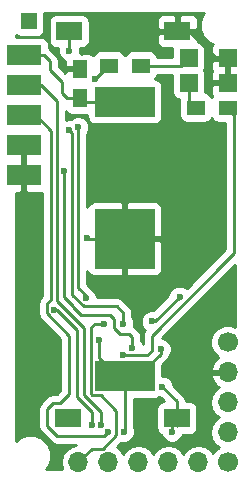
<source format=gtl>
G04 #@! TF.FileFunction,Copper,L1,Top,Signal*
%FSLAX46Y46*%
G04 Gerber Fmt 4.6, Leading zero omitted, Abs format (unit mm)*
G04 Created by KiCad (PCBNEW 4.0.2-stable) date 29.05.2017 13:31:58*
%MOMM*%
G01*
G04 APERTURE LIST*
%ADD10C,0.100000*%
%ADD11R,3.000000X1.700000*%
%ADD12C,1.700000*%
%ADD13O,1.700000X1.700000*%
%ADD14R,5.080000X2.540000*%
%ADD15R,5.080000X5.080000*%
%ADD16R,2.180000X1.600000*%
%ADD17R,1.500000X1.500000*%
%ADD18R,1.500000X1.300000*%
%ADD19R,1.350000X1.350000*%
%ADD20R,1.250000X1.500000*%
%ADD21C,0.600000*%
%ADD22C,0.250000*%
%ADD23C,0.254000*%
G04 APERTURE END LIST*
D10*
D11*
X171410500Y-89281000D03*
X171410500Y-94361000D03*
X171410500Y-99441000D03*
X171386500Y-91821000D03*
X171386500Y-96901000D03*
D12*
X188658500Y-113601500D03*
D13*
X188658500Y-116141500D03*
X188658500Y-118681500D03*
X188658500Y-121221500D03*
D12*
X188722000Y-123761500D03*
D13*
X186182000Y-123761500D03*
X183642000Y-123761500D03*
X181102000Y-123761500D03*
X178562000Y-123761500D03*
X176022000Y-123761500D03*
D14*
X179959000Y-93218000D03*
X179959000Y-116459000D03*
D15*
X179959000Y-104838500D03*
D16*
X184358500Y-120015000D03*
X175178500Y-120015000D03*
X175242000Y-87249000D03*
X184422000Y-87249000D03*
D17*
X185357500Y-91630500D03*
X188657500Y-91630500D03*
X185357500Y-89535000D03*
X188657500Y-89535000D03*
D18*
X185975000Y-93726000D03*
X188675000Y-93726000D03*
X181309000Y-90170000D03*
X178609000Y-90170000D03*
D19*
X171831000Y-86423500D03*
D20*
X176149000Y-92944000D03*
X176149000Y-90444000D03*
D21*
X177800000Y-113411000D03*
X179959000Y-93218000D03*
X179879000Y-121158000D03*
X183007000Y-114173000D03*
X186753500Y-111442500D03*
X176784000Y-104775000D03*
X185674000Y-104838500D03*
X171386500Y-102870000D03*
X184422000Y-87249000D03*
X175178500Y-120015000D03*
X179832000Y-114681000D03*
X176657000Y-109855000D03*
X176022000Y-95377000D03*
X177419000Y-91313000D03*
X179832000Y-112014000D03*
X175260000Y-88900000D03*
X175260000Y-95631000D03*
X173990000Y-110871000D03*
X177165000Y-120586500D03*
X182245000Y-111823500D03*
X184594500Y-109728000D03*
X180594000Y-114046000D03*
X174811031Y-99060198D03*
X183959500Y-121158000D03*
X183134000Y-117348000D03*
X178498500Y-121221500D03*
X177964224Y-120621992D03*
X178181000Y-112014000D03*
D22*
X173609000Y-90551000D02*
X173609000Y-89789000D01*
X173101000Y-89281000D02*
X171410500Y-89281000D01*
X173609000Y-89789000D02*
X173101000Y-89281000D01*
X174625000Y-91567000D02*
X174625000Y-92495500D01*
X173609000Y-90551000D02*
X174625000Y-91567000D01*
X179959000Y-116459000D02*
X181102000Y-116459000D01*
X181102000Y-116459000D02*
X183007000Y-114554000D01*
X183007000Y-114554000D02*
X183007000Y-114173000D01*
X177800000Y-113411000D02*
X177800000Y-114935000D01*
X177800000Y-114935000D02*
X179324000Y-116459000D01*
X179324000Y-116459000D02*
X179959000Y-116459000D01*
X176149000Y-92944000D02*
X175073500Y-92944000D01*
X175073500Y-92944000D02*
X174625000Y-92495500D01*
X172410500Y-89281000D02*
X171410500Y-89281000D01*
X179959000Y-93218000D02*
X176423000Y-93218000D01*
X176423000Y-93218000D02*
X176149000Y-92944000D01*
X179959000Y-121078000D02*
X179879000Y-121158000D01*
X179959000Y-116459000D02*
X179959000Y-121078000D01*
X179959000Y-116141500D02*
X179959000Y-116459000D01*
X179705000Y-116459000D02*
X179959000Y-116459000D01*
X180022500Y-93281500D02*
X179959000Y-93218000D01*
X186817000Y-111506000D02*
X186817000Y-116713000D01*
X186753500Y-111442500D02*
X186817000Y-111506000D01*
X179959000Y-104838500D02*
X176847500Y-104838500D01*
X176847500Y-104838500D02*
X176784000Y-104775000D01*
X179959000Y-104838500D02*
X185674000Y-104838500D01*
X171410500Y-99441000D02*
X171410500Y-102846000D01*
X171410500Y-102846000D02*
X171386500Y-102870000D01*
X188657500Y-89535000D02*
X187657500Y-89535000D01*
X187657500Y-89535000D02*
X185371500Y-87249000D01*
X185371500Y-87249000D02*
X184422000Y-87249000D01*
X188657500Y-91630500D02*
X188657500Y-89535000D01*
X184422000Y-87249000D02*
X184422000Y-86632000D01*
X188675000Y-93726000D02*
X188675000Y-93806000D01*
X188675000Y-93806000D02*
X189230000Y-94361000D01*
X189230000Y-94361000D02*
X189230000Y-106045000D01*
X189230000Y-106045000D02*
X188468000Y-106807000D01*
X179959000Y-114681000D02*
X181864000Y-114681000D01*
X188468000Y-106807000D02*
X182245000Y-113030000D01*
X179832000Y-114681000D02*
X179959000Y-114681000D01*
X181864000Y-114681000D02*
X182245000Y-114300000D01*
X182245000Y-114300000D02*
X182245000Y-113030000D01*
X176031998Y-108966000D02*
X176031998Y-108975998D01*
X176031998Y-108975998D02*
X176657000Y-109601000D01*
X176657000Y-109601000D02*
X176657000Y-109855000D01*
X178609000Y-90170000D02*
X178562000Y-90170000D01*
X178562000Y-90170000D02*
X177419000Y-91313000D01*
X176022000Y-96647000D02*
X176031998Y-96647000D01*
X176031998Y-96637002D02*
X176022000Y-96647000D01*
X176031998Y-95386998D02*
X176031998Y-96637002D01*
X176022000Y-95377000D02*
X176031998Y-95386998D01*
X176031998Y-106997500D02*
X176031998Y-108966000D01*
X176031998Y-102378025D02*
X176031998Y-96647000D01*
X176031998Y-105075002D02*
X176031998Y-106997500D01*
X176031998Y-105075002D02*
X176031998Y-105075002D01*
X176031998Y-104711500D02*
X176031998Y-102378025D01*
X176031998Y-104711500D02*
X176031998Y-105075002D01*
X178609000Y-90170000D02*
X178709000Y-90170000D01*
X176466500Y-110553500D02*
X179260500Y-110553500D01*
X179832000Y-111125000D02*
X179832000Y-112014000D01*
X179260500Y-110553500D02*
X179832000Y-111125000D01*
X175520278Y-109607278D02*
X176466500Y-110553500D01*
X175520278Y-102114225D02*
X175520278Y-96132722D01*
X175520278Y-102114225D02*
X175520278Y-107759500D01*
X175520278Y-107759500D02*
X175520278Y-109607278D01*
X175242000Y-88882000D02*
X175260000Y-88900000D01*
X175260000Y-95631000D02*
X175520278Y-95891278D01*
X175520278Y-95891278D02*
X175520278Y-96132722D01*
X175242000Y-87249000D02*
X175242000Y-88882000D01*
X173990000Y-110871000D02*
X174244000Y-110871000D01*
X175895000Y-112522000D02*
X175895000Y-118237000D01*
X174244000Y-110871000D02*
X175895000Y-112522000D01*
X175895000Y-118237000D02*
X177165000Y-119507000D01*
X177165000Y-119507000D02*
X177165000Y-120586500D01*
X185357500Y-91630500D02*
X185357500Y-93108500D01*
X185357500Y-93108500D02*
X185975000Y-93726000D01*
X181309000Y-90170000D02*
X184722500Y-90170000D01*
X184722500Y-90170000D02*
X185357500Y-89535000D01*
X184594500Y-109728000D02*
X182499000Y-111823500D01*
X182499000Y-111823500D02*
X182245000Y-111823500D01*
X175596200Y-110534800D02*
X175596200Y-110572200D01*
X180594000Y-113157000D02*
X180594000Y-114046000D01*
X180340000Y-112903000D02*
X180594000Y-113157000D01*
X179578000Y-112903000D02*
X180340000Y-112903000D01*
X179070000Y-112395000D02*
X179578000Y-112903000D01*
X179070000Y-111633000D02*
X179070000Y-112395000D01*
X178689000Y-111252000D02*
X179070000Y-111633000D01*
X176276000Y-111252000D02*
X178689000Y-111252000D01*
X175596200Y-110572200D02*
X176276000Y-111252000D01*
X174811025Y-109749625D02*
X174811025Y-109749612D01*
X175596200Y-110534800D02*
X174811025Y-109749625D01*
X174811031Y-99484462D02*
X174811031Y-99060198D01*
X174811025Y-109749612D02*
X174811031Y-109749618D01*
X174811031Y-109749618D02*
X174811031Y-99484462D01*
X183959500Y-121158000D02*
X183959500Y-120414000D01*
X183959500Y-120414000D02*
X184358500Y-120015000D01*
X184358500Y-120695500D02*
X184358500Y-120015000D01*
X184358500Y-120015000D02*
X184358500Y-118572500D01*
X184358500Y-118572500D02*
X183134000Y-117348000D01*
X184358500Y-120015000D02*
X184068500Y-120015000D01*
X173364998Y-110998000D02*
X173364998Y-111134998D01*
X173863000Y-118745000D02*
X173364998Y-119243002D01*
X174498000Y-118745000D02*
X173863000Y-118745000D01*
X175260000Y-117983000D02*
X174498000Y-118745000D01*
X175260000Y-113030000D02*
X175260000Y-117983000D01*
X173364998Y-111134998D02*
X175260000Y-113030000D01*
X173364998Y-110317000D02*
X173364998Y-110998000D01*
X173364998Y-119243002D02*
X173364998Y-120676500D01*
X178198501Y-121521499D02*
X178498500Y-121221500D01*
X172410500Y-94361000D02*
X173736000Y-95686500D01*
X173736000Y-109945998D02*
X173364998Y-110317000D01*
X174209997Y-121521499D02*
X178198501Y-121521499D01*
X173364998Y-120676500D02*
X174209997Y-121521499D01*
X173736000Y-95686500D02*
X173736000Y-109945998D01*
X171410500Y-94361000D02*
X172410500Y-94361000D01*
X174186011Y-93620511D02*
X174186011Y-93160011D01*
X174186011Y-93160011D02*
X172847000Y-91821000D01*
X174198501Y-109773499D02*
X174198501Y-110063501D01*
X176530000Y-112395000D02*
X176530000Y-118061413D01*
X174198501Y-110063501D02*
X176530000Y-112395000D01*
X177964224Y-120197728D02*
X177964224Y-120621992D01*
X176530000Y-118061413D02*
X177964224Y-119495637D01*
X174186011Y-109761009D02*
X174198501Y-109773499D01*
X174186011Y-93620511D02*
X174186011Y-109761009D01*
X171386500Y-91821000D02*
X172386500Y-91821000D01*
X177964224Y-119495637D02*
X177964224Y-120197728D01*
X177101500Y-113157000D02*
X177101500Y-112331500D01*
X177419000Y-112014000D02*
X178181000Y-112014000D01*
X177101500Y-112331500D02*
X177419000Y-112014000D01*
X177101500Y-113792000D02*
X177101500Y-113157000D01*
X177101500Y-114236500D02*
X177101500Y-113792000D01*
X179253998Y-119399583D02*
X177908416Y-118054001D01*
X177908416Y-118054001D02*
X177158999Y-118054001D01*
X177158999Y-118054001D02*
X177093999Y-117989001D01*
X179253998Y-121418502D02*
X179253998Y-119399583D01*
X177093999Y-114244001D02*
X177101500Y-114236500D01*
X177197001Y-122586499D02*
X178086001Y-122586499D01*
X177093999Y-117989001D02*
X177093999Y-114244001D01*
X176022000Y-123761500D02*
X177197001Y-122586499D01*
X178086001Y-122586499D02*
X179253998Y-121418502D01*
D23*
G36*
X171513500Y-96774000D02*
X171533500Y-96774000D01*
X171533500Y-97028000D01*
X171513500Y-97028000D01*
X171513500Y-98227250D01*
X171537500Y-98251250D01*
X171537500Y-99314000D01*
X171557500Y-99314000D01*
X171557500Y-99568000D01*
X171537500Y-99568000D01*
X171537500Y-100767250D01*
X171696250Y-100926000D01*
X172976000Y-100926000D01*
X172976000Y-109631196D01*
X172827597Y-109779599D01*
X172662850Y-110026161D01*
X172604998Y-110317000D01*
X172604998Y-111134998D01*
X172662850Y-111425837D01*
X172827597Y-111672399D01*
X174500000Y-113344802D01*
X174500000Y-117668198D01*
X174183198Y-117985000D01*
X173863000Y-117985000D01*
X173572160Y-118042852D01*
X173325599Y-118207599D01*
X172827597Y-118705601D01*
X172662850Y-118952163D01*
X172604998Y-119243002D01*
X172604998Y-120676500D01*
X172662850Y-120967339D01*
X172827597Y-121213901D01*
X173672596Y-122058900D01*
X173919158Y-122223647D01*
X174209997Y-122281499D01*
X175850608Y-122281499D01*
X175453715Y-122360446D01*
X174971946Y-122682353D01*
X174650039Y-123164122D01*
X174537000Y-123732407D01*
X174537000Y-123790593D01*
X174636338Y-124290000D01*
X173311883Y-124290000D01*
X173428004Y-124174082D01*
X173692699Y-123536627D01*
X173693301Y-122846401D01*
X173429719Y-122208485D01*
X172942082Y-121719996D01*
X172304627Y-121455301D01*
X171614401Y-121454699D01*
X170976485Y-121718281D01*
X170710000Y-121984301D01*
X170710000Y-100926000D01*
X171124750Y-100926000D01*
X171283500Y-100767250D01*
X171283500Y-99568000D01*
X171263500Y-99568000D01*
X171263500Y-99314000D01*
X171283500Y-99314000D01*
X171283500Y-98114750D01*
X171259500Y-98090750D01*
X171259500Y-97028000D01*
X171239500Y-97028000D01*
X171239500Y-96774000D01*
X171259500Y-96774000D01*
X171259500Y-96754000D01*
X171513500Y-96754000D01*
X171513500Y-96774000D01*
X171513500Y-96774000D01*
G37*
X171513500Y-96774000D02*
X171533500Y-96774000D01*
X171533500Y-97028000D01*
X171513500Y-97028000D01*
X171513500Y-98227250D01*
X171537500Y-98251250D01*
X171537500Y-99314000D01*
X171557500Y-99314000D01*
X171557500Y-99568000D01*
X171537500Y-99568000D01*
X171537500Y-100767250D01*
X171696250Y-100926000D01*
X172976000Y-100926000D01*
X172976000Y-109631196D01*
X172827597Y-109779599D01*
X172662850Y-110026161D01*
X172604998Y-110317000D01*
X172604998Y-111134998D01*
X172662850Y-111425837D01*
X172827597Y-111672399D01*
X174500000Y-113344802D01*
X174500000Y-117668198D01*
X174183198Y-117985000D01*
X173863000Y-117985000D01*
X173572160Y-118042852D01*
X173325599Y-118207599D01*
X172827597Y-118705601D01*
X172662850Y-118952163D01*
X172604998Y-119243002D01*
X172604998Y-120676500D01*
X172662850Y-120967339D01*
X172827597Y-121213901D01*
X173672596Y-122058900D01*
X173919158Y-122223647D01*
X174209997Y-122281499D01*
X175850608Y-122281499D01*
X175453715Y-122360446D01*
X174971946Y-122682353D01*
X174650039Y-123164122D01*
X174537000Y-123732407D01*
X174537000Y-123790593D01*
X174636338Y-124290000D01*
X173311883Y-124290000D01*
X173428004Y-124174082D01*
X173692699Y-123536627D01*
X173693301Y-122846401D01*
X173429719Y-122208485D01*
X172942082Y-121719996D01*
X172304627Y-121455301D01*
X171614401Y-121454699D01*
X170976485Y-121718281D01*
X170710000Y-121984301D01*
X170710000Y-100926000D01*
X171124750Y-100926000D01*
X171283500Y-100767250D01*
X171283500Y-99568000D01*
X171263500Y-99568000D01*
X171263500Y-99314000D01*
X171283500Y-99314000D01*
X171283500Y-98114750D01*
X171259500Y-98090750D01*
X171259500Y-97028000D01*
X171239500Y-97028000D01*
X171239500Y-96774000D01*
X171259500Y-96774000D01*
X171259500Y-96754000D01*
X171513500Y-96754000D01*
X171513500Y-96774000D01*
G36*
X189290000Y-112255787D02*
X188955181Y-112116758D01*
X188364411Y-112116243D01*
X187818414Y-112341844D01*
X187400312Y-112759217D01*
X187173758Y-113304819D01*
X187173243Y-113895589D01*
X187398844Y-114441586D01*
X187816217Y-114859688D01*
X187893380Y-114891729D01*
X187777142Y-114946317D01*
X187386855Y-115374576D01*
X187217024Y-115784610D01*
X187338345Y-116014500D01*
X188531500Y-116014500D01*
X188531500Y-115994500D01*
X188785500Y-115994500D01*
X188785500Y-116014500D01*
X188805500Y-116014500D01*
X188805500Y-116268500D01*
X188785500Y-116268500D01*
X188785500Y-116288500D01*
X188531500Y-116288500D01*
X188531500Y-116268500D01*
X187338345Y-116268500D01*
X187217024Y-116498390D01*
X187386855Y-116908424D01*
X187777142Y-117336683D01*
X187920053Y-117403798D01*
X187579353Y-117631446D01*
X187257446Y-118113215D01*
X187144407Y-118681500D01*
X187257446Y-119249785D01*
X187579353Y-119731554D01*
X187908526Y-119951500D01*
X187579353Y-120171446D01*
X187257446Y-120653215D01*
X187144407Y-121221500D01*
X187257446Y-121789785D01*
X187579353Y-122271554D01*
X187907923Y-122491097D01*
X187881914Y-122501844D01*
X187463812Y-122919217D01*
X187435645Y-122987050D01*
X187232054Y-122682353D01*
X186750285Y-122360446D01*
X186182000Y-122247407D01*
X185613715Y-122360446D01*
X185131946Y-122682353D01*
X184912000Y-123011526D01*
X184692054Y-122682353D01*
X184210285Y-122360446D01*
X183642000Y-122247407D01*
X183073715Y-122360446D01*
X182591946Y-122682353D01*
X182372000Y-123011526D01*
X182152054Y-122682353D01*
X181670285Y-122360446D01*
X181102000Y-122247407D01*
X180533715Y-122360446D01*
X180051946Y-122682353D01*
X179832000Y-123011526D01*
X179612054Y-122682353D01*
X179284088Y-122463214D01*
X179665536Y-122081766D01*
X179692201Y-122092838D01*
X180064167Y-122093162D01*
X180407943Y-121951117D01*
X180671192Y-121688327D01*
X180813838Y-121344799D01*
X180814162Y-120972833D01*
X180719000Y-120742523D01*
X180719000Y-118376440D01*
X182499000Y-118376440D01*
X182734317Y-118332162D01*
X182864400Y-118248456D01*
X182947201Y-118282838D01*
X182994077Y-118282879D01*
X183278757Y-118567560D01*
X183268500Y-118567560D01*
X183033183Y-118611838D01*
X182817059Y-118750910D01*
X182672069Y-118963110D01*
X182621060Y-119215000D01*
X182621060Y-120815000D01*
X182665338Y-121050317D01*
X182804410Y-121266441D01*
X183016610Y-121411431D01*
X183055825Y-121419372D01*
X183166383Y-121686943D01*
X183429173Y-121950192D01*
X183772701Y-122092838D01*
X184144667Y-122093162D01*
X184488443Y-121951117D01*
X184751692Y-121688327D01*
X184845489Y-121462440D01*
X185448500Y-121462440D01*
X185683817Y-121418162D01*
X185899941Y-121279090D01*
X186044931Y-121066890D01*
X186095940Y-120815000D01*
X186095940Y-119215000D01*
X186051662Y-118979683D01*
X185912590Y-118763559D01*
X185700390Y-118618569D01*
X185448500Y-118567560D01*
X185117517Y-118567560D01*
X185060648Y-118281661D01*
X185030807Y-118237000D01*
X184895902Y-118035099D01*
X184069122Y-117208320D01*
X184069162Y-117162833D01*
X183927117Y-116819057D01*
X183664327Y-116555808D01*
X183320799Y-116413162D01*
X183146440Y-116413010D01*
X183146440Y-115489362D01*
X183544401Y-115091401D01*
X183709148Y-114844839D01*
X183721961Y-114780423D01*
X183799192Y-114703327D01*
X183941838Y-114359799D01*
X183942162Y-113987833D01*
X183800117Y-113644057D01*
X183537327Y-113380808D01*
X183193799Y-113238162D01*
X183111712Y-113238090D01*
X189290000Y-107059802D01*
X189290000Y-112255787D01*
X189290000Y-112255787D01*
G37*
X189290000Y-112255787D02*
X188955181Y-112116758D01*
X188364411Y-112116243D01*
X187818414Y-112341844D01*
X187400312Y-112759217D01*
X187173758Y-113304819D01*
X187173243Y-113895589D01*
X187398844Y-114441586D01*
X187816217Y-114859688D01*
X187893380Y-114891729D01*
X187777142Y-114946317D01*
X187386855Y-115374576D01*
X187217024Y-115784610D01*
X187338345Y-116014500D01*
X188531500Y-116014500D01*
X188531500Y-115994500D01*
X188785500Y-115994500D01*
X188785500Y-116014500D01*
X188805500Y-116014500D01*
X188805500Y-116268500D01*
X188785500Y-116268500D01*
X188785500Y-116288500D01*
X188531500Y-116288500D01*
X188531500Y-116268500D01*
X187338345Y-116268500D01*
X187217024Y-116498390D01*
X187386855Y-116908424D01*
X187777142Y-117336683D01*
X187920053Y-117403798D01*
X187579353Y-117631446D01*
X187257446Y-118113215D01*
X187144407Y-118681500D01*
X187257446Y-119249785D01*
X187579353Y-119731554D01*
X187908526Y-119951500D01*
X187579353Y-120171446D01*
X187257446Y-120653215D01*
X187144407Y-121221500D01*
X187257446Y-121789785D01*
X187579353Y-122271554D01*
X187907923Y-122491097D01*
X187881914Y-122501844D01*
X187463812Y-122919217D01*
X187435645Y-122987050D01*
X187232054Y-122682353D01*
X186750285Y-122360446D01*
X186182000Y-122247407D01*
X185613715Y-122360446D01*
X185131946Y-122682353D01*
X184912000Y-123011526D01*
X184692054Y-122682353D01*
X184210285Y-122360446D01*
X183642000Y-122247407D01*
X183073715Y-122360446D01*
X182591946Y-122682353D01*
X182372000Y-123011526D01*
X182152054Y-122682353D01*
X181670285Y-122360446D01*
X181102000Y-122247407D01*
X180533715Y-122360446D01*
X180051946Y-122682353D01*
X179832000Y-123011526D01*
X179612054Y-122682353D01*
X179284088Y-122463214D01*
X179665536Y-122081766D01*
X179692201Y-122092838D01*
X180064167Y-122093162D01*
X180407943Y-121951117D01*
X180671192Y-121688327D01*
X180813838Y-121344799D01*
X180814162Y-120972833D01*
X180719000Y-120742523D01*
X180719000Y-118376440D01*
X182499000Y-118376440D01*
X182734317Y-118332162D01*
X182864400Y-118248456D01*
X182947201Y-118282838D01*
X182994077Y-118282879D01*
X183278757Y-118567560D01*
X183268500Y-118567560D01*
X183033183Y-118611838D01*
X182817059Y-118750910D01*
X182672069Y-118963110D01*
X182621060Y-119215000D01*
X182621060Y-120815000D01*
X182665338Y-121050317D01*
X182804410Y-121266441D01*
X183016610Y-121411431D01*
X183055825Y-121419372D01*
X183166383Y-121686943D01*
X183429173Y-121950192D01*
X183772701Y-122092838D01*
X184144667Y-122093162D01*
X184488443Y-121951117D01*
X184751692Y-121688327D01*
X184845489Y-121462440D01*
X185448500Y-121462440D01*
X185683817Y-121418162D01*
X185899941Y-121279090D01*
X186044931Y-121066890D01*
X186095940Y-120815000D01*
X186095940Y-119215000D01*
X186051662Y-118979683D01*
X185912590Y-118763559D01*
X185700390Y-118618569D01*
X185448500Y-118567560D01*
X185117517Y-118567560D01*
X185060648Y-118281661D01*
X185030807Y-118237000D01*
X184895902Y-118035099D01*
X184069122Y-117208320D01*
X184069162Y-117162833D01*
X183927117Y-116819057D01*
X183664327Y-116555808D01*
X183320799Y-116413162D01*
X183146440Y-116413010D01*
X183146440Y-115489362D01*
X183544401Y-115091401D01*
X183709148Y-114844839D01*
X183721961Y-114780423D01*
X183799192Y-114703327D01*
X183941838Y-114359799D01*
X183942162Y-113987833D01*
X183800117Y-113644057D01*
X183537327Y-113380808D01*
X183193799Y-113238162D01*
X183111712Y-113238090D01*
X189290000Y-107059802D01*
X189290000Y-112255787D01*
G36*
X175305500Y-119888000D02*
X175325500Y-119888000D01*
X175325500Y-120142000D01*
X175305500Y-120142000D01*
X175305500Y-120162000D01*
X175051500Y-120162000D01*
X175051500Y-120142000D01*
X175031500Y-120142000D01*
X175031500Y-119888000D01*
X175051500Y-119888000D01*
X175051500Y-119868000D01*
X175305500Y-119868000D01*
X175305500Y-119888000D01*
X175305500Y-119888000D01*
G37*
X175305500Y-119888000D02*
X175325500Y-119888000D01*
X175325500Y-120142000D01*
X175305500Y-120142000D01*
X175305500Y-120162000D01*
X175051500Y-120162000D01*
X175051500Y-120142000D01*
X175031500Y-120142000D01*
X175031500Y-119888000D01*
X175051500Y-119888000D01*
X175051500Y-119868000D01*
X175305500Y-119868000D01*
X175305500Y-119888000D01*
G36*
X183960060Y-92380500D02*
X184004338Y-92615817D01*
X184143410Y-92831941D01*
X184355610Y-92976931D01*
X184588088Y-93024009D01*
X184577560Y-93076000D01*
X184577560Y-94376000D01*
X184621838Y-94611317D01*
X184760910Y-94827441D01*
X184973110Y-94972431D01*
X185225000Y-95023440D01*
X186725000Y-95023440D01*
X186960317Y-94979162D01*
X187176441Y-94840090D01*
X187321431Y-94627890D01*
X187324081Y-94614803D01*
X187460910Y-94827441D01*
X187673110Y-94972431D01*
X187925000Y-95023440D01*
X188470000Y-95023440D01*
X188470000Y-105730198D01*
X185194548Y-109005650D01*
X185124827Y-108935808D01*
X184781299Y-108793162D01*
X184409333Y-108792838D01*
X184065557Y-108934883D01*
X183802308Y-109197673D01*
X183659662Y-109541201D01*
X183659621Y-109588077D01*
X182359099Y-110888599D01*
X182059833Y-110888338D01*
X181716057Y-111030383D01*
X181452808Y-111293173D01*
X181310162Y-111636701D01*
X181309838Y-112008667D01*
X181451883Y-112352443D01*
X181661166Y-112562091D01*
X181542852Y-112739161D01*
X181485000Y-113030000D01*
X181485000Y-113753953D01*
X181387117Y-113517057D01*
X181354000Y-113483882D01*
X181354000Y-113157000D01*
X181296148Y-112866161D01*
X181296148Y-112866160D01*
X181131401Y-112619599D01*
X180877401Y-112365599D01*
X180737283Y-112271975D01*
X180766838Y-112200799D01*
X180767162Y-111828833D01*
X180625117Y-111485057D01*
X180592000Y-111451882D01*
X180592000Y-111125000D01*
X180534148Y-110834161D01*
X180369401Y-110587599D01*
X179797901Y-110016099D01*
X179551339Y-109851352D01*
X179260500Y-109793500D01*
X177592054Y-109793500D01*
X177592162Y-109669833D01*
X177450117Y-109326057D01*
X177207123Y-109082638D01*
X177194401Y-109063599D01*
X176791998Y-108661196D01*
X176791998Y-107524118D01*
X176880673Y-107738198D01*
X177059301Y-107916827D01*
X177292690Y-108013500D01*
X179673250Y-108013500D01*
X179832000Y-107854750D01*
X179832000Y-104965500D01*
X180086000Y-104965500D01*
X180086000Y-107854750D01*
X180244750Y-108013500D01*
X182625310Y-108013500D01*
X182858699Y-107916827D01*
X183037327Y-107738198D01*
X183134000Y-107504809D01*
X183134000Y-105124250D01*
X182975250Y-104965500D01*
X180086000Y-104965500D01*
X179832000Y-104965500D01*
X179812000Y-104965500D01*
X179812000Y-104711500D01*
X179832000Y-104711500D01*
X179832000Y-101822250D01*
X180086000Y-101822250D01*
X180086000Y-104711500D01*
X182975250Y-104711500D01*
X183134000Y-104552750D01*
X183134000Y-102172191D01*
X183037327Y-101938802D01*
X182858699Y-101760173D01*
X182625310Y-101663500D01*
X180244750Y-101663500D01*
X180086000Y-101822250D01*
X179832000Y-101822250D01*
X179673250Y-101663500D01*
X177292690Y-101663500D01*
X177059301Y-101760173D01*
X176880673Y-101938802D01*
X176791998Y-102152882D01*
X176791998Y-96647000D01*
X176791004Y-96642001D01*
X176791998Y-96637002D01*
X176791998Y-95929482D01*
X176814192Y-95907327D01*
X176956838Y-95563799D01*
X176957162Y-95191833D01*
X176815117Y-94848057D01*
X176552327Y-94584808D01*
X176208799Y-94442162D01*
X175836833Y-94441838D01*
X175493057Y-94583883D01*
X175380640Y-94696104D01*
X175074833Y-94695838D01*
X174946011Y-94749066D01*
X174946011Y-93968437D01*
X175059910Y-94145441D01*
X175272110Y-94290431D01*
X175524000Y-94341440D01*
X176771560Y-94341440D01*
X176771560Y-94488000D01*
X176815838Y-94723317D01*
X176954910Y-94939441D01*
X177167110Y-95084431D01*
X177419000Y-95135440D01*
X182499000Y-95135440D01*
X182734317Y-95091162D01*
X182950441Y-94952090D01*
X183095431Y-94739890D01*
X183146440Y-94488000D01*
X183146440Y-91948000D01*
X183102162Y-91712683D01*
X182963090Y-91496559D01*
X182750890Y-91351569D01*
X182499000Y-91300560D01*
X182484846Y-91300560D01*
X182510441Y-91284090D01*
X182655431Y-91071890D01*
X182684164Y-90930000D01*
X183960060Y-90930000D01*
X183960060Y-92380500D01*
X183960060Y-92380500D01*
G37*
X183960060Y-92380500D02*
X184004338Y-92615817D01*
X184143410Y-92831941D01*
X184355610Y-92976931D01*
X184588088Y-93024009D01*
X184577560Y-93076000D01*
X184577560Y-94376000D01*
X184621838Y-94611317D01*
X184760910Y-94827441D01*
X184973110Y-94972431D01*
X185225000Y-95023440D01*
X186725000Y-95023440D01*
X186960317Y-94979162D01*
X187176441Y-94840090D01*
X187321431Y-94627890D01*
X187324081Y-94614803D01*
X187460910Y-94827441D01*
X187673110Y-94972431D01*
X187925000Y-95023440D01*
X188470000Y-95023440D01*
X188470000Y-105730198D01*
X185194548Y-109005650D01*
X185124827Y-108935808D01*
X184781299Y-108793162D01*
X184409333Y-108792838D01*
X184065557Y-108934883D01*
X183802308Y-109197673D01*
X183659662Y-109541201D01*
X183659621Y-109588077D01*
X182359099Y-110888599D01*
X182059833Y-110888338D01*
X181716057Y-111030383D01*
X181452808Y-111293173D01*
X181310162Y-111636701D01*
X181309838Y-112008667D01*
X181451883Y-112352443D01*
X181661166Y-112562091D01*
X181542852Y-112739161D01*
X181485000Y-113030000D01*
X181485000Y-113753953D01*
X181387117Y-113517057D01*
X181354000Y-113483882D01*
X181354000Y-113157000D01*
X181296148Y-112866161D01*
X181296148Y-112866160D01*
X181131401Y-112619599D01*
X180877401Y-112365599D01*
X180737283Y-112271975D01*
X180766838Y-112200799D01*
X180767162Y-111828833D01*
X180625117Y-111485057D01*
X180592000Y-111451882D01*
X180592000Y-111125000D01*
X180534148Y-110834161D01*
X180369401Y-110587599D01*
X179797901Y-110016099D01*
X179551339Y-109851352D01*
X179260500Y-109793500D01*
X177592054Y-109793500D01*
X177592162Y-109669833D01*
X177450117Y-109326057D01*
X177207123Y-109082638D01*
X177194401Y-109063599D01*
X176791998Y-108661196D01*
X176791998Y-107524118D01*
X176880673Y-107738198D01*
X177059301Y-107916827D01*
X177292690Y-108013500D01*
X179673250Y-108013500D01*
X179832000Y-107854750D01*
X179832000Y-104965500D01*
X180086000Y-104965500D01*
X180086000Y-107854750D01*
X180244750Y-108013500D01*
X182625310Y-108013500D01*
X182858699Y-107916827D01*
X183037327Y-107738198D01*
X183134000Y-107504809D01*
X183134000Y-105124250D01*
X182975250Y-104965500D01*
X180086000Y-104965500D01*
X179832000Y-104965500D01*
X179812000Y-104965500D01*
X179812000Y-104711500D01*
X179832000Y-104711500D01*
X179832000Y-101822250D01*
X180086000Y-101822250D01*
X180086000Y-104711500D01*
X182975250Y-104711500D01*
X183134000Y-104552750D01*
X183134000Y-102172191D01*
X183037327Y-101938802D01*
X182858699Y-101760173D01*
X182625310Y-101663500D01*
X180244750Y-101663500D01*
X180086000Y-101822250D01*
X179832000Y-101822250D01*
X179673250Y-101663500D01*
X177292690Y-101663500D01*
X177059301Y-101760173D01*
X176880673Y-101938802D01*
X176791998Y-102152882D01*
X176791998Y-96647000D01*
X176791004Y-96642001D01*
X176791998Y-96637002D01*
X176791998Y-95929482D01*
X176814192Y-95907327D01*
X176956838Y-95563799D01*
X176957162Y-95191833D01*
X176815117Y-94848057D01*
X176552327Y-94584808D01*
X176208799Y-94442162D01*
X175836833Y-94441838D01*
X175493057Y-94583883D01*
X175380640Y-94696104D01*
X175074833Y-94695838D01*
X174946011Y-94749066D01*
X174946011Y-93968437D01*
X175059910Y-94145441D01*
X175272110Y-94290431D01*
X175524000Y-94341440D01*
X176771560Y-94341440D01*
X176771560Y-94488000D01*
X176815838Y-94723317D01*
X176954910Y-94939441D01*
X177167110Y-95084431D01*
X177419000Y-95135440D01*
X182499000Y-95135440D01*
X182734317Y-95091162D01*
X182950441Y-94952090D01*
X183095431Y-94739890D01*
X183146440Y-94488000D01*
X183146440Y-91948000D01*
X183102162Y-91712683D01*
X182963090Y-91496559D01*
X182750890Y-91351569D01*
X182499000Y-91300560D01*
X182484846Y-91300560D01*
X182510441Y-91284090D01*
X182655431Y-91071890D01*
X182684164Y-90930000D01*
X183960060Y-90930000D01*
X183960060Y-92380500D01*
G36*
X186616996Y-85756918D02*
X186352301Y-86394373D01*
X186351699Y-87084599D01*
X186615281Y-87722515D01*
X187102918Y-88211004D01*
X187442474Y-88352000D01*
X187369173Y-88425301D01*
X187272500Y-88658690D01*
X187272500Y-89249250D01*
X187431250Y-89408000D01*
X188530500Y-89408000D01*
X188530500Y-89388000D01*
X188784500Y-89388000D01*
X188784500Y-89408000D01*
X188804500Y-89408000D01*
X188804500Y-89662000D01*
X188784500Y-89662000D01*
X188784500Y-91503500D01*
X188804500Y-91503500D01*
X188804500Y-91757500D01*
X188784500Y-91757500D01*
X188784500Y-91777500D01*
X188530500Y-91777500D01*
X188530500Y-91757500D01*
X187431250Y-91757500D01*
X187272500Y-91916250D01*
X187272500Y-92506810D01*
X187369173Y-92740199D01*
X187379112Y-92750138D01*
X187328569Y-92824110D01*
X187325919Y-92837197D01*
X187189090Y-92624559D01*
X186976890Y-92479569D01*
X186744412Y-92432491D01*
X186754940Y-92380500D01*
X186754940Y-90880500D01*
X186710662Y-90645183D01*
X186671510Y-90584339D01*
X186703931Y-90536890D01*
X186754940Y-90285000D01*
X186754940Y-89820750D01*
X187272500Y-89820750D01*
X187272500Y-90411310D01*
X187343513Y-90582750D01*
X187272500Y-90754190D01*
X187272500Y-91344750D01*
X187431250Y-91503500D01*
X188530500Y-91503500D01*
X188530500Y-89662000D01*
X187431250Y-89662000D01*
X187272500Y-89820750D01*
X186754940Y-89820750D01*
X186754940Y-88785000D01*
X186710662Y-88549683D01*
X186571590Y-88333559D01*
X186359390Y-88188569D01*
X186147000Y-88145559D01*
X186147000Y-87534750D01*
X185988250Y-87376000D01*
X184549000Y-87376000D01*
X184549000Y-87396000D01*
X184295000Y-87396000D01*
X184295000Y-87376000D01*
X182855750Y-87376000D01*
X182697000Y-87534750D01*
X182697000Y-88175310D01*
X182793673Y-88408699D01*
X182972302Y-88587327D01*
X183205691Y-88684000D01*
X183980513Y-88684000D01*
X183960060Y-88785000D01*
X183960060Y-89410000D01*
X182685742Y-89410000D01*
X182662162Y-89284683D01*
X182523090Y-89068559D01*
X182310890Y-88923569D01*
X182059000Y-88872560D01*
X180559000Y-88872560D01*
X180323683Y-88916838D01*
X180107559Y-89055910D01*
X179962569Y-89268110D01*
X179959919Y-89281197D01*
X179823090Y-89068559D01*
X179610890Y-88923569D01*
X179359000Y-88872560D01*
X177859000Y-88872560D01*
X177623683Y-88916838D01*
X177407559Y-89055910D01*
X177262569Y-89268110D01*
X177259802Y-89281776D01*
X177133699Y-89155673D01*
X176900310Y-89059000D01*
X176434750Y-89059000D01*
X176276002Y-89217748D01*
X176276002Y-89059000D01*
X176194862Y-89059000D01*
X176195162Y-88714833D01*
X176187562Y-88696440D01*
X176332000Y-88696440D01*
X176567317Y-88652162D01*
X176783441Y-88513090D01*
X176928431Y-88300890D01*
X176979440Y-88049000D01*
X176979440Y-86449000D01*
X176955674Y-86322690D01*
X182697000Y-86322690D01*
X182697000Y-86963250D01*
X182855750Y-87122000D01*
X184295000Y-87122000D01*
X184295000Y-85972750D01*
X184549000Y-85972750D01*
X184549000Y-87122000D01*
X185988250Y-87122000D01*
X186147000Y-86963250D01*
X186147000Y-86322690D01*
X186050327Y-86089301D01*
X185871698Y-85910673D01*
X185638309Y-85814000D01*
X184707750Y-85814000D01*
X184549000Y-85972750D01*
X184295000Y-85972750D01*
X184136250Y-85814000D01*
X183205691Y-85814000D01*
X182972302Y-85910673D01*
X182793673Y-86089301D01*
X182697000Y-86322690D01*
X176955674Y-86322690D01*
X176935162Y-86213683D01*
X176796090Y-85997559D01*
X176583890Y-85852569D01*
X176332000Y-85801560D01*
X174152000Y-85801560D01*
X173916683Y-85845838D01*
X173700559Y-85984910D01*
X173555569Y-86197110D01*
X173504560Y-86449000D01*
X173504560Y-88049000D01*
X173548838Y-88284317D01*
X173687910Y-88500441D01*
X173900110Y-88645431D01*
X174152000Y-88696440D01*
X174332122Y-88696440D01*
X174325162Y-88713201D01*
X174324838Y-89085167D01*
X174466883Y-89428943D01*
X174729673Y-89692192D01*
X174889000Y-89758351D01*
X174889000Y-90158250D01*
X175047750Y-90317000D01*
X176022000Y-90317000D01*
X176022000Y-90297000D01*
X176276000Y-90297000D01*
X176276000Y-90317000D01*
X176296000Y-90317000D01*
X176296000Y-90571000D01*
X176276000Y-90571000D01*
X176276000Y-90591000D01*
X176022000Y-90591000D01*
X176022000Y-90571000D01*
X175047750Y-90571000D01*
X174889000Y-90729750D01*
X174889000Y-90756198D01*
X174369000Y-90236198D01*
X174369000Y-89789000D01*
X174311148Y-89498161D01*
X174146401Y-89251599D01*
X173638401Y-88743599D01*
X173557940Y-88689837D01*
X173557940Y-88431000D01*
X173513662Y-88195683D01*
X173374590Y-87979559D01*
X173162390Y-87834569D01*
X172910500Y-87783560D01*
X170710000Y-87783560D01*
X170710000Y-87562301D01*
X170904110Y-87694931D01*
X171156000Y-87745940D01*
X172506000Y-87745940D01*
X172741317Y-87701662D01*
X172957441Y-87562590D01*
X173102431Y-87350390D01*
X173153440Y-87098500D01*
X173153440Y-85748500D01*
X173146196Y-85710000D01*
X186663996Y-85710000D01*
X186616996Y-85756918D01*
X186616996Y-85756918D01*
G37*
X186616996Y-85756918D02*
X186352301Y-86394373D01*
X186351699Y-87084599D01*
X186615281Y-87722515D01*
X187102918Y-88211004D01*
X187442474Y-88352000D01*
X187369173Y-88425301D01*
X187272500Y-88658690D01*
X187272500Y-89249250D01*
X187431250Y-89408000D01*
X188530500Y-89408000D01*
X188530500Y-89388000D01*
X188784500Y-89388000D01*
X188784500Y-89408000D01*
X188804500Y-89408000D01*
X188804500Y-89662000D01*
X188784500Y-89662000D01*
X188784500Y-91503500D01*
X188804500Y-91503500D01*
X188804500Y-91757500D01*
X188784500Y-91757500D01*
X188784500Y-91777500D01*
X188530500Y-91777500D01*
X188530500Y-91757500D01*
X187431250Y-91757500D01*
X187272500Y-91916250D01*
X187272500Y-92506810D01*
X187369173Y-92740199D01*
X187379112Y-92750138D01*
X187328569Y-92824110D01*
X187325919Y-92837197D01*
X187189090Y-92624559D01*
X186976890Y-92479569D01*
X186744412Y-92432491D01*
X186754940Y-92380500D01*
X186754940Y-90880500D01*
X186710662Y-90645183D01*
X186671510Y-90584339D01*
X186703931Y-90536890D01*
X186754940Y-90285000D01*
X186754940Y-89820750D01*
X187272500Y-89820750D01*
X187272500Y-90411310D01*
X187343513Y-90582750D01*
X187272500Y-90754190D01*
X187272500Y-91344750D01*
X187431250Y-91503500D01*
X188530500Y-91503500D01*
X188530500Y-89662000D01*
X187431250Y-89662000D01*
X187272500Y-89820750D01*
X186754940Y-89820750D01*
X186754940Y-88785000D01*
X186710662Y-88549683D01*
X186571590Y-88333559D01*
X186359390Y-88188569D01*
X186147000Y-88145559D01*
X186147000Y-87534750D01*
X185988250Y-87376000D01*
X184549000Y-87376000D01*
X184549000Y-87396000D01*
X184295000Y-87396000D01*
X184295000Y-87376000D01*
X182855750Y-87376000D01*
X182697000Y-87534750D01*
X182697000Y-88175310D01*
X182793673Y-88408699D01*
X182972302Y-88587327D01*
X183205691Y-88684000D01*
X183980513Y-88684000D01*
X183960060Y-88785000D01*
X183960060Y-89410000D01*
X182685742Y-89410000D01*
X182662162Y-89284683D01*
X182523090Y-89068559D01*
X182310890Y-88923569D01*
X182059000Y-88872560D01*
X180559000Y-88872560D01*
X180323683Y-88916838D01*
X180107559Y-89055910D01*
X179962569Y-89268110D01*
X179959919Y-89281197D01*
X179823090Y-89068559D01*
X179610890Y-88923569D01*
X179359000Y-88872560D01*
X177859000Y-88872560D01*
X177623683Y-88916838D01*
X177407559Y-89055910D01*
X177262569Y-89268110D01*
X177259802Y-89281776D01*
X177133699Y-89155673D01*
X176900310Y-89059000D01*
X176434750Y-89059000D01*
X176276002Y-89217748D01*
X176276002Y-89059000D01*
X176194862Y-89059000D01*
X176195162Y-88714833D01*
X176187562Y-88696440D01*
X176332000Y-88696440D01*
X176567317Y-88652162D01*
X176783441Y-88513090D01*
X176928431Y-88300890D01*
X176979440Y-88049000D01*
X176979440Y-86449000D01*
X176955674Y-86322690D01*
X182697000Y-86322690D01*
X182697000Y-86963250D01*
X182855750Y-87122000D01*
X184295000Y-87122000D01*
X184295000Y-85972750D01*
X184549000Y-85972750D01*
X184549000Y-87122000D01*
X185988250Y-87122000D01*
X186147000Y-86963250D01*
X186147000Y-86322690D01*
X186050327Y-86089301D01*
X185871698Y-85910673D01*
X185638309Y-85814000D01*
X184707750Y-85814000D01*
X184549000Y-85972750D01*
X184295000Y-85972750D01*
X184136250Y-85814000D01*
X183205691Y-85814000D01*
X182972302Y-85910673D01*
X182793673Y-86089301D01*
X182697000Y-86322690D01*
X176955674Y-86322690D01*
X176935162Y-86213683D01*
X176796090Y-85997559D01*
X176583890Y-85852569D01*
X176332000Y-85801560D01*
X174152000Y-85801560D01*
X173916683Y-85845838D01*
X173700559Y-85984910D01*
X173555569Y-86197110D01*
X173504560Y-86449000D01*
X173504560Y-88049000D01*
X173548838Y-88284317D01*
X173687910Y-88500441D01*
X173900110Y-88645431D01*
X174152000Y-88696440D01*
X174332122Y-88696440D01*
X174325162Y-88713201D01*
X174324838Y-89085167D01*
X174466883Y-89428943D01*
X174729673Y-89692192D01*
X174889000Y-89758351D01*
X174889000Y-90158250D01*
X175047750Y-90317000D01*
X176022000Y-90317000D01*
X176022000Y-90297000D01*
X176276000Y-90297000D01*
X176276000Y-90317000D01*
X176296000Y-90317000D01*
X176296000Y-90571000D01*
X176276000Y-90571000D01*
X176276000Y-90591000D01*
X176022000Y-90591000D01*
X176022000Y-90571000D01*
X175047750Y-90571000D01*
X174889000Y-90729750D01*
X174889000Y-90756198D01*
X174369000Y-90236198D01*
X174369000Y-89789000D01*
X174311148Y-89498161D01*
X174146401Y-89251599D01*
X173638401Y-88743599D01*
X173557940Y-88689837D01*
X173557940Y-88431000D01*
X173513662Y-88195683D01*
X173374590Y-87979559D01*
X173162390Y-87834569D01*
X172910500Y-87783560D01*
X170710000Y-87783560D01*
X170710000Y-87562301D01*
X170904110Y-87694931D01*
X171156000Y-87745940D01*
X172506000Y-87745940D01*
X172741317Y-87701662D01*
X172957441Y-87562590D01*
X173102431Y-87350390D01*
X173153440Y-87098500D01*
X173153440Y-85748500D01*
X173146196Y-85710000D01*
X186663996Y-85710000D01*
X186616996Y-85756918D01*
M02*

</source>
